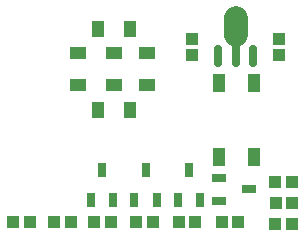
<source format=gtp>
G04 Layer: TopPasteMaskLayer*
G04 EasyEDA v6.2.35, 2019-08-16T20:57:05+08:00*
G04 ac69921650c84e06b2cbf5d8b71e85d1,46bf6a40d4384fdb86bc8fc37bf60e4c,10*
G04 Gerber Generator version 0.2*
G04 Scale: 100 percent, Rotated: No, Reflected: No *
G04 Dimensions in millimeters *
G04 leading zeros omitted , absolute positions ,3 integer and 3 decimal *
%FSLAX33Y33*%
%MOMM*%
G90*
G71D02*

%ADD12C,1.999996*%
%ADD13C,0.699999*%
%ADD15R,1.250010X0.699999*%
%ADD16R,0.699999X1.250010*%
%ADD17R,1.099998X0.999998*%
%ADD18R,0.999998X1.099998*%
%ADD19R,0.999998X1.400048*%
%ADD20R,1.400048X0.999998*%
%ADD21R,1.099998X1.499997*%

%LPD*%
G54D12*
G01X21082Y17116D02*
G01X21082Y18616D01*
G54D13*
G01X21082Y14766D02*
G01X21082Y16166D01*
G01X22583Y14767D02*
G01X22583Y15966D01*
G01X19580Y14767D02*
G01X19580Y15966D01*
G54D15*
G01X22204Y4064D03*
G01X19705Y3114D03*
G01X19705Y5013D03*
G54D16*
G01X17145Y5694D03*
G01X18094Y3195D03*
G01X16195Y3195D03*
G54D17*
G01X24765Y15428D03*
G01X24765Y16828D03*
G54D18*
G01X19912Y1270D03*
G01X21312Y1270D03*
G01X17679Y1270D03*
G01X16280Y1270D03*
G01X24484Y2921D03*
G01X25884Y2921D03*
G01X24445Y1143D03*
G01X25846Y1143D03*
G54D17*
G01X17399Y15428D03*
G01X17399Y16828D03*
G54D18*
G01X24445Y4699D03*
G01X25846Y4699D03*
G01X9117Y1270D03*
G01X10517Y1270D03*
G54D16*
G01X9779Y5694D03*
G01X10728Y3195D03*
G01X8829Y3195D03*
G54D18*
G01X12673Y1270D03*
G01X14073Y1270D03*
G54D16*
G01X13462Y5694D03*
G01X14411Y3195D03*
G01X12512Y3195D03*
G54D19*
G01X9444Y17653D03*
G01X12145Y17653D03*
G54D20*
G01X7747Y12873D03*
G01X7747Y15574D03*
G54D19*
G01X9444Y10795D03*
G01X12145Y10795D03*
G54D20*
G01X13589Y12873D03*
G01X13589Y15574D03*
G01X10795Y12873D03*
G01X10795Y15574D03*
G54D18*
G01X2259Y1270D03*
G01X3659Y1270D03*
G01X7138Y1270D03*
G01X5739Y1270D03*
G54D21*
G01X22606Y13081D03*
G01X22606Y6781D03*
G01X19665Y13081D03*
G01X19685Y6781D03*
M00*
M02*

</source>
